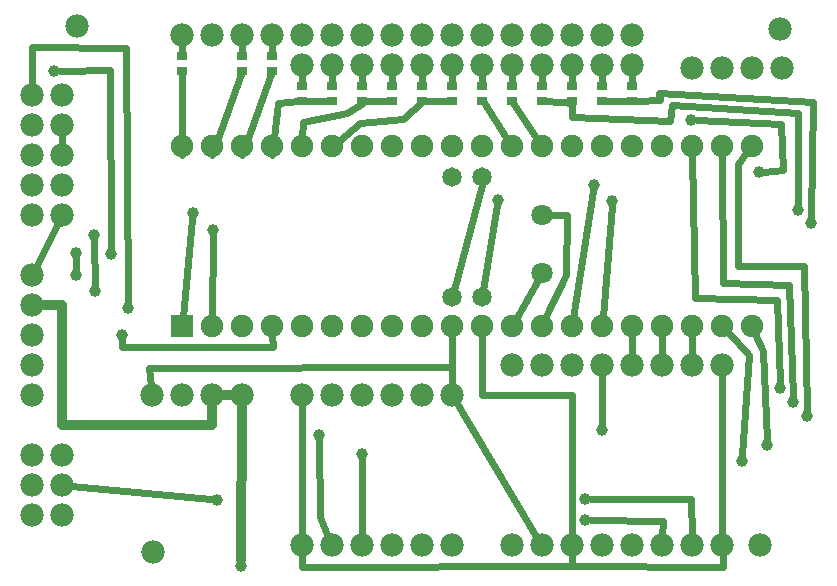
<source format=gbl>
G04 MADE WITH FRITZING*
G04 WWW.FRITZING.ORG*
G04 DOUBLE SIDED*
G04 HOLES PLATED*
G04 CONTOUR ON CENTER OF CONTOUR VECTOR*
%ASAXBY*%
%FSLAX23Y23*%
%MOIN*%
%OFA0B0*%
%SFA1.0B1.0*%
%ADD10C,0.039370*%
%ADD11C,0.075000*%
%ADD12C,0.078000*%
%ADD13C,0.065000*%
%ADD14C,0.070925*%
%ADD15C,0.070866*%
%ADD16R,0.075000X0.075000*%
%ADD17R,0.035433X0.027559*%
%ADD18C,0.024000*%
%ADD19C,0.032000*%
%LNCOPPER0*%
G90*
G70*
G54D10*
X1981Y1312D03*
X407Y812D03*
X805Y43D03*
X1661Y1265D03*
X256Y1014D03*
X319Y959D03*
X371Y1083D03*
X427Y905D03*
X254Y1088D03*
X315Y1148D03*
X183Y1694D03*
X2043Y1261D03*
X2530Y1356D03*
X2305Y1531D03*
X712Y1163D03*
X645Y1219D03*
X2663Y1230D03*
X2705Y1188D03*
X2474Y395D03*
X2557Y448D03*
X2602Y637D03*
X2646Y590D03*
X2691Y543D03*
X2007Y498D03*
X1066Y481D03*
X1207Y418D03*
X724Y265D03*
X1952Y268D03*
X1952Y198D03*
G54D11*
X607Y843D03*
X607Y1443D03*
X707Y843D03*
X707Y1443D03*
X807Y843D03*
X807Y1443D03*
X907Y843D03*
X907Y1443D03*
X1007Y843D03*
X1007Y1443D03*
X1107Y843D03*
X1107Y1443D03*
X1207Y843D03*
X1207Y1443D03*
X1307Y843D03*
X1307Y1443D03*
X1407Y843D03*
X1407Y1443D03*
X1507Y843D03*
X1507Y1443D03*
X1607Y843D03*
X1607Y1443D03*
X1707Y843D03*
X1707Y1443D03*
X1807Y843D03*
X1807Y1443D03*
X1907Y843D03*
X1907Y1443D03*
X2007Y843D03*
X2007Y1443D03*
X2107Y843D03*
X2107Y1443D03*
X2207Y843D03*
X2207Y1443D03*
X2307Y843D03*
X2307Y1443D03*
X2407Y843D03*
X2407Y1443D03*
X2507Y843D03*
X2507Y1443D03*
G54D12*
X207Y1612D03*
X207Y1512D03*
X207Y1412D03*
X207Y1312D03*
X207Y1212D03*
X257Y1845D03*
X2602Y1834D03*
X2535Y115D03*
X513Y90D03*
X107Y1612D03*
X107Y1512D03*
X107Y1412D03*
X107Y1312D03*
X107Y1212D03*
X107Y612D03*
X107Y712D03*
X107Y812D03*
X207Y412D03*
X107Y412D03*
X207Y312D03*
X107Y312D03*
X207Y212D03*
X107Y212D03*
X607Y1812D03*
X707Y1812D03*
X807Y1812D03*
X907Y1812D03*
X2107Y1812D03*
X2007Y1812D03*
X1907Y1812D03*
X1807Y1812D03*
X1707Y1812D03*
X1607Y1812D03*
X1507Y1812D03*
X1407Y1812D03*
X1307Y1812D03*
X1207Y1812D03*
X1107Y1812D03*
X1007Y1812D03*
X1007Y1712D03*
X1107Y1712D03*
X1207Y1712D03*
X1307Y1712D03*
X1407Y1712D03*
X1507Y1712D03*
X1607Y1712D03*
X1707Y1712D03*
X1807Y1712D03*
X1907Y1712D03*
X2007Y1712D03*
X2107Y1712D03*
X2307Y1704D03*
X2407Y1704D03*
X2507Y1704D03*
X2607Y1704D03*
X107Y1012D03*
X107Y912D03*
X1707Y712D03*
X1807Y712D03*
X1907Y712D03*
X2007Y712D03*
X2107Y712D03*
X2207Y712D03*
X2307Y712D03*
X2407Y712D03*
X1707Y112D03*
X1807Y112D03*
X1907Y112D03*
X2007Y112D03*
X2107Y112D03*
X2207Y112D03*
X2307Y112D03*
X2407Y112D03*
X1507Y112D03*
X1407Y112D03*
X1307Y112D03*
X1207Y112D03*
X1107Y112D03*
X1007Y112D03*
X1507Y612D03*
X1407Y612D03*
X1307Y612D03*
X1207Y612D03*
X1107Y612D03*
X1007Y612D03*
X507Y612D03*
X607Y612D03*
X707Y612D03*
X807Y612D03*
G54D13*
X1607Y939D03*
X1507Y939D03*
X1507Y1339D03*
X1607Y1339D03*
G54D14*
X1807Y1019D03*
G54D15*
X1807Y1212D03*
G54D16*
X607Y843D03*
G54D17*
X609Y1693D03*
X609Y1744D03*
X809Y1693D03*
X809Y1744D03*
X909Y1693D03*
X909Y1744D03*
X1009Y1593D03*
X1009Y1644D03*
X1109Y1593D03*
X1109Y1644D03*
X1209Y1593D03*
X1209Y1644D03*
X1309Y1593D03*
X1309Y1644D03*
X1409Y1593D03*
X1409Y1644D03*
X1509Y1593D03*
X1509Y1644D03*
X1609Y1593D03*
X1609Y1644D03*
X1709Y1593D03*
X1709Y1644D03*
X1809Y1593D03*
X1809Y1644D03*
X1909Y1593D03*
X1909Y1644D03*
X2009Y1593D03*
X2009Y1644D03*
X2109Y1593D03*
X2109Y1644D03*
G54D18*
X609Y1752D02*
X607Y1812D01*
D02*
X809Y1752D02*
X807Y1812D01*
D02*
X909Y1752D02*
X907Y1812D01*
D02*
X1009Y1652D02*
X1007Y1712D01*
D02*
X1109Y1652D02*
X1107Y1712D01*
D02*
X1209Y1652D02*
X1207Y1712D01*
D02*
X1309Y1652D02*
X1307Y1712D01*
D02*
X1409Y1652D02*
X1407Y1712D01*
D02*
X1509Y1652D02*
X1507Y1712D01*
D02*
X1609Y1652D02*
X1607Y1712D01*
D02*
X1709Y1652D02*
X1707Y1712D01*
D02*
X1809Y1652D02*
X1807Y1712D01*
D02*
X1909Y1652D02*
X1907Y1712D01*
D02*
X2109Y1652D02*
X2107Y1712D01*
D02*
X2009Y1652D02*
X2007Y1712D01*
D02*
X207Y1412D02*
X207Y1482D01*
D02*
X1794Y996D02*
X1722Y868D01*
D02*
X1890Y1212D02*
X1887Y1014D01*
D02*
X1887Y1014D02*
X1819Y869D01*
D02*
X1834Y1212D02*
X1890Y1212D01*
G54D19*
D02*
X707Y512D02*
X707Y612D01*
D02*
X207Y512D02*
X707Y512D01*
D02*
X207Y912D02*
X207Y512D01*
D02*
X137Y912D02*
X207Y912D01*
D02*
X807Y612D02*
X737Y612D01*
G54D18*
D02*
X207Y1212D02*
X121Y1039D01*
D02*
X912Y774D02*
X407Y774D01*
D02*
X407Y774D02*
X407Y793D01*
D02*
X907Y812D02*
X912Y774D01*
D02*
X907Y814D02*
X907Y812D01*
D02*
X607Y1412D02*
X607Y1414D01*
D02*
X609Y1684D02*
X607Y1412D01*
D02*
X707Y1412D02*
X707Y1414D01*
D02*
X806Y1684D02*
X707Y1412D01*
D02*
X807Y1412D02*
X807Y1414D01*
D02*
X906Y1684D02*
X807Y1412D01*
D02*
X927Y1587D02*
X997Y1592D01*
D02*
X907Y1412D02*
X927Y1587D01*
D02*
X907Y1414D02*
X907Y1412D01*
D02*
X1107Y1594D02*
X1109Y1593D01*
D02*
X1022Y1593D02*
X1107Y1594D01*
D02*
X1212Y1588D02*
X1209Y1593D01*
D02*
X1157Y1554D02*
X1212Y1588D01*
D02*
X1013Y1523D02*
X1157Y1554D01*
D02*
X1009Y1472D02*
X1013Y1523D01*
D02*
X1307Y1594D02*
X1309Y1593D01*
D02*
X1222Y1593D02*
X1307Y1594D01*
D02*
X1410Y1592D02*
X1409Y1593D01*
D02*
X1346Y1534D02*
X1410Y1592D01*
D02*
X1202Y1520D02*
X1346Y1534D01*
D02*
X1130Y1461D02*
X1202Y1520D01*
D02*
X1503Y1594D02*
X1509Y1593D01*
D02*
X1422Y1593D02*
X1503Y1594D01*
D02*
X1612Y1594D02*
X1692Y1467D01*
D02*
X1609Y1593D02*
X1612Y1594D01*
D02*
X1712Y1588D02*
X1792Y1467D01*
D02*
X1709Y1593D02*
X1712Y1588D01*
D02*
X1910Y1588D02*
X1909Y1593D01*
D02*
X1822Y1592D02*
X1910Y1588D01*
D02*
X2112Y1592D02*
X2109Y1593D01*
D02*
X2022Y1593D02*
X2112Y1592D01*
D02*
X2407Y142D02*
X2407Y682D01*
D02*
X2413Y40D02*
X2410Y82D01*
D02*
X1907Y43D02*
X2413Y40D01*
D02*
X1907Y82D02*
X1907Y43D01*
D02*
X1607Y612D02*
X1607Y814D01*
D02*
X1907Y612D02*
X1607Y612D01*
D02*
X1907Y142D02*
X1907Y612D01*
D02*
X1907Y45D02*
X1007Y40D01*
D02*
X1007Y40D02*
X1007Y82D01*
D02*
X1907Y82D02*
X1907Y45D01*
D02*
X1607Y1312D02*
X1514Y963D01*
D02*
X1607Y1314D02*
X1607Y1312D01*
D02*
X1507Y812D02*
X1507Y642D01*
D02*
X1507Y814D02*
X1507Y812D01*
D02*
X1792Y138D02*
X1507Y612D01*
G54D19*
D02*
X807Y582D02*
X805Y62D01*
G54D18*
D02*
X1658Y1247D02*
X1611Y964D01*
D02*
X423Y1770D02*
X107Y1772D01*
D02*
X107Y1772D02*
X107Y1642D01*
D02*
X427Y924D02*
X423Y1770D01*
D02*
X255Y1069D02*
X256Y1033D01*
D02*
X315Y1129D02*
X319Y978D01*
D02*
X367Y1696D02*
X202Y1694D01*
D02*
X371Y1102D02*
X367Y1696D01*
D02*
X1912Y871D02*
X1978Y1293D01*
D02*
X2010Y872D02*
X2041Y1242D01*
D02*
X2610Y1362D02*
X2605Y1518D01*
D02*
X2605Y1518D02*
X2324Y1531D01*
D02*
X2549Y1358D02*
X2610Y1362D01*
D02*
X643Y1200D02*
X610Y872D01*
D02*
X708Y872D02*
X712Y1144D01*
D02*
X2710Y1590D02*
X2705Y1207D01*
D02*
X2201Y1596D02*
X2199Y1620D01*
D02*
X2199Y1620D02*
X2710Y1590D01*
D02*
X2122Y1593D02*
X2201Y1596D01*
D02*
X2663Y1554D02*
X2663Y1249D01*
D02*
X1907Y1541D02*
X2235Y1526D01*
D02*
X2235Y1526D02*
X2243Y1581D01*
D02*
X2243Y1581D02*
X2663Y1554D01*
D02*
X1909Y1584D02*
X1907Y1541D01*
D02*
X2499Y748D02*
X2427Y822D01*
D02*
X2475Y414D02*
X2499Y748D01*
D02*
X2307Y840D02*
X2307Y814D01*
D02*
X2307Y742D02*
X2307Y840D01*
D02*
X2207Y843D02*
X2207Y814D01*
D02*
X2207Y742D02*
X2207Y843D01*
D02*
X2107Y831D02*
X2107Y814D01*
D02*
X2107Y742D02*
X2107Y831D01*
D02*
X2546Y759D02*
X2519Y817D01*
D02*
X2557Y467D02*
X2546Y759D01*
D02*
X2591Y931D02*
X2318Y937D01*
D02*
X2318Y937D02*
X2308Y1414D01*
D02*
X2601Y656D02*
X2591Y931D01*
D02*
X2646Y609D02*
X2632Y981D01*
D02*
X2632Y981D02*
X2413Y987D01*
D02*
X2413Y987D02*
X2408Y1414D01*
D02*
X2690Y562D02*
X2682Y1043D01*
D02*
X2682Y1043D02*
X2463Y1045D01*
D02*
X2460Y1384D02*
X2489Y1421D01*
D02*
X2463Y1045D02*
X2460Y1384D01*
D02*
X2007Y517D02*
X2007Y682D01*
D02*
X1507Y706D02*
X1507Y642D01*
D02*
X499Y704D02*
X1507Y706D01*
D02*
X505Y642D02*
X499Y704D01*
D02*
X705Y267D02*
X237Y309D01*
D02*
X1207Y142D02*
X1207Y399D01*
D02*
X1068Y206D02*
X1066Y462D01*
D02*
X1096Y140D02*
X1068Y206D01*
D02*
X1007Y112D02*
X1007Y582D01*
D02*
X2305Y268D02*
X1971Y268D01*
D02*
X2307Y142D02*
X2305Y268D01*
D02*
X2210Y195D02*
X1971Y198D01*
D02*
X2208Y142D02*
X2210Y195D01*
G04 End of Copper0*
M02*
</source>
